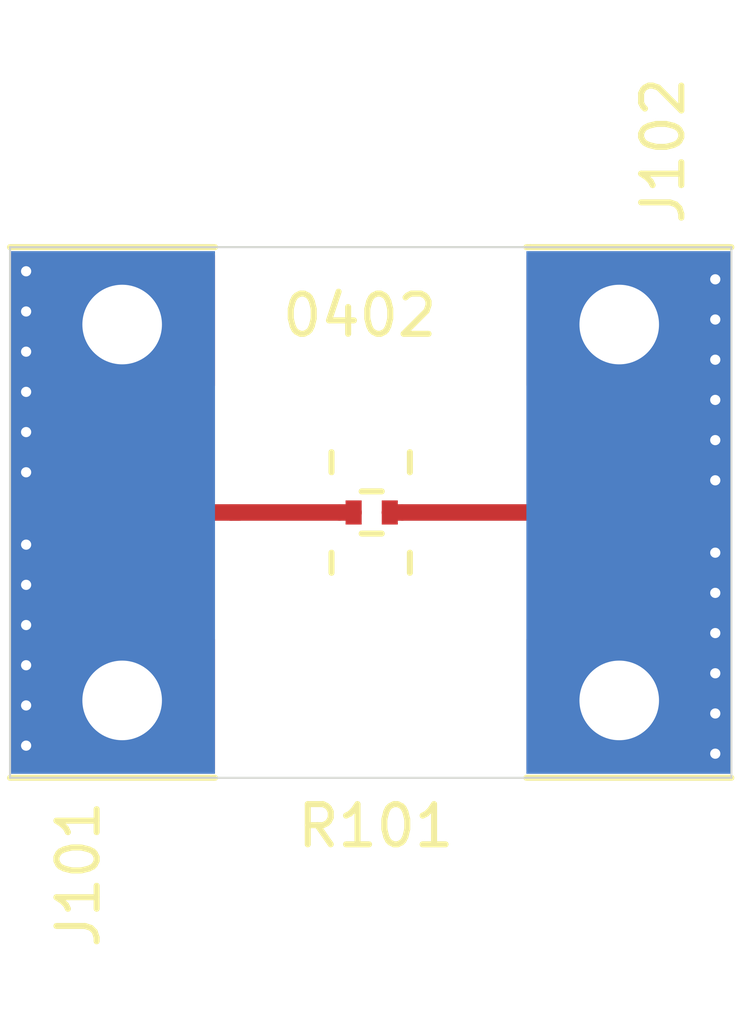
<source format=kicad_pcb>
(kicad_pcb (version 20171130) (host pcbnew "(5.1.4-74-gcf968cb6b)")

  (general
    (thickness 1.6)
    (drawings 5)
    (tracks 6)
    (zones 0)
    (modules 3)
    (nets 4)
  )

  (page A4)
  (layers
    (0 F.Cu signal)
    (1 In1.Cu signal)
    (2 In2.Cu signal)
    (31 B.Cu signal)
    (32 B.Adhes user)
    (33 F.Adhes user)
    (34 B.Paste user)
    (35 F.Paste user)
    (36 B.SilkS user)
    (37 F.SilkS user)
    (38 B.Mask user)
    (39 F.Mask user)
    (40 Dwgs.User user)
    (41 Cmts.User user)
    (42 Eco1.User user)
    (43 Eco2.User user)
    (44 Edge.Cuts user)
    (45 Margin user)
    (46 B.CrtYd user)
    (47 F.CrtYd user)
    (48 B.Fab user)
    (49 F.Fab user)
  )

  (setup
    (last_trace_width 0.41)
    (user_trace_width 0.41)
    (trace_clearance 0.2)
    (zone_clearance 0.2)
    (zone_45_only no)
    (trace_min 0.2)
    (via_size 0.8)
    (via_drill 0.4)
    (via_min_size 0.4)
    (via_min_drill 0.3)
    (uvia_size 0.3)
    (uvia_drill 0.1)
    (uvias_allowed no)
    (uvia_min_size 0.2)
    (uvia_min_drill 0.1)
    (edge_width 0.05)
    (segment_width 0.2)
    (pcb_text_width 0.3)
    (pcb_text_size 1.5 1.5)
    (mod_edge_width 0.12)
    (mod_text_size 1 1)
    (mod_text_width 0.15)
    (pad_size 1.524 1.524)
    (pad_drill 0.762)
    (pad_to_mask_clearance 0.02)
    (solder_mask_min_width 0.15)
    (aux_axis_origin 0 0)
    (visible_elements FFFFFF7F)
    (pcbplotparams
      (layerselection 0x010fc_ffffffff)
      (usegerberextensions false)
      (usegerberattributes false)
      (usegerberadvancedattributes false)
      (creategerberjobfile false)
      (excludeedgelayer true)
      (linewidth 0.100000)
      (plotframeref false)
      (viasonmask false)
      (mode 1)
      (useauxorigin false)
      (hpglpennumber 1)
      (hpglpenspeed 20)
      (hpglpendiameter 15.000000)
      (psnegative false)
      (psa4output false)
      (plotreference true)
      (plotvalue true)
      (plotinvisibletext false)
      (padsonsilk false)
      (subtractmaskfromsilk false)
      (outputformat 1)
      (mirror false)
      (drillshape 1)
      (scaleselection 1)
      (outputdirectory ""))
  )

  (net 0 "")
  (net 1 GND)
  (net 2 "Net-(J101-Pad1)")
  (net 3 "Net-(J102-Pad1)")

  (net_class Default "This is the default net class."
    (clearance 0.2)
    (trace_width 0.25)
    (via_dia 0.8)
    (via_drill 0.4)
    (uvia_dia 0.3)
    (uvia_drill 0.1)
    (add_net GND)
    (add_net "Net-(J101-Pad1)")
    (add_net "Net-(J102-Pad1)")
  )

  (module vna_mm:sw_edge_oshpark_4layer (layer F.Cu) (tedit 5D8802F6) (tstamp 5D8815F2)
    (at 154.5 83 90)
    (path /5D880968)
    (fp_text reference J101 (at -9 1.7 90) (layer F.SilkS)
      (effects (font (size 1 1) (thickness 0.15)))
    )
    (fp_text value Conn_Coaxial (at -11.9 7.3) (layer F.Fab)
      (effects (font (size 1 1) (thickness 0.15)))
    )
    (fp_line (start 1 8) (end 1.5 8) (layer F.SilkS) (width 0.15))
    (fp_line (start -1 8) (end -1.5 8) (layer F.SilkS) (width 0.15))
    (fp_poly (pts (xy -6.6 0) (xy -0.5 0) (xy -0.5 5.1) (xy -6.6 5.1)) (layer F.Mask) (width 0.1))
    (fp_poly (pts (xy 0.5 0) (xy 6.6 0) (xy 6.6 5.1) (xy 0.5 5.1)) (layer F.Mask) (width 0.1))
    (fp_poly (pts (xy -0.6 1.9) (xy 0.6 1.9) (xy 0.6 5.1) (xy -0.6 5.1)) (layer F.Mask) (width 0.1))
    (fp_poly (pts (xy -0.5 0) (xy 0.5 0) (xy 0.5 1.3) (xy -0.5 1.3)) (layer F.Mask) (width 0.1))
    (fp_line (start 6.6 0) (end 6.6 5.1) (layer F.SilkS) (width 0.15))
    (fp_line (start -6.6 0) (end -6.6 5) (layer F.SilkS) (width 0.15))
    (fp_line (start -6.6 5) (end -6.6 5.1) (layer F.SilkS) (width 0.15))
    (pad 2 smd rect (at 0 2.55 270) (size 13 5.1) (layers B.Cu B.Mask)
      (net 1 GND))
    (pad 2 smd rect (at 4.775 2.85 270) (size 3.25 4.5) (layers F.Cu F.Mask)
      (net 1 GND))
    (pad 2 smd rect (at -4.775 2.85 270) (size 3.25 4.5) (layers F.Cu F.Mask)
      (net 1 GND))
    (pad 2 thru_hole circle (at -4.675 2.79 90) (size 3 3) (drill 1.98) (layers *.Cu *.Mask)
      (net 1 GND))
    (pad 2 thru_hole circle (at 4.675 2.79 90) (size 3 3) (drill 1.98) (layers *.Cu *.Mask)
      (net 1 GND))
    (pad 1 smd rect (at 0 3.04 90) (size 0.41 4.08) (layers F.Cu)
      (net 2 "Net-(J101-Pad1)"))
    (pad 1 smd trapezoid (at 0 0.55 90) (size 0.3 0.95) (rect_delta 0 0.11 ) (layers F.Cu F.Mask)
      (net 2 "Net-(J101-Pad1)"))
    (pad 2 smd rect (at 3.4 0.3 270) (size 6 0.6) (layers F.Cu F.Mask)
      (net 1 GND))
    (pad 2 smd trapezoid (at 3.4 0.7 90) (size 5.8 0.2) (rect_delta 0 -0.2 ) (layers F.Cu F.Mask)
      (net 1 GND))
    (pad 2 thru_hole circle (at 1 0.4 90) (size 0.5 0.5) (drill 0.254) (layers *.Cu *.Mask)
      (net 1 GND))
    (pad 2 thru_hole circle (at 2 0.4 90) (size 0.5 0.5) (drill 0.254) (layers *.Cu *.Mask)
      (net 1 GND))
    (pad 2 thru_hole circle (at 3 0.4 90) (size 0.5 0.5) (drill 0.254) (layers *.Cu *.Mask)
      (net 1 GND))
    (pad 2 thru_hole circle (at 4 0.4 90) (size 0.5 0.5) (drill 0.254) (layers *.Cu *.Mask)
      (net 1 GND))
    (pad 2 thru_hole circle (at 5 0.4 90) (size 0.5 0.5) (drill 0.254) (layers *.Cu *.Mask)
      (net 1 GND))
    (pad 2 thru_hole circle (at 6 0.4 90) (size 0.5 0.5) (drill 0.254) (layers *.Cu *.Mask)
      (net 1 GND))
    (pad 2 smd trapezoid (at -3.4 0.7 90) (size 5.8 0.2) (rect_delta 0 -0.2 ) (layers F.Cu F.Mask)
      (net 1 GND))
    (pad 2 smd rect (at -3.4 0.3 270) (size 6 0.6) (layers F.Cu F.Mask)
      (net 1 GND))
    (pad 2 thru_hole circle (at -2.8 0.4 90) (size 0.5 0.5) (drill 0.254) (layers *.Cu *.Mask)
      (net 1 GND))
    (pad 2 thru_hole circle (at -0.8 0.4 90) (size 0.5 0.5) (drill 0.254) (layers *.Cu *.Mask)
      (net 1 GND))
    (pad 2 thru_hole circle (at -1.8 0.4 90) (size 0.5 0.5) (drill 0.254) (layers *.Cu *.Mask)
      (net 1 GND))
    (pad 2 thru_hole circle (at -5.8 0.4 90) (size 0.5 0.5) (drill 0.254) (layers *.Cu *.Mask)
      (net 1 GND))
    (pad 2 thru_hole circle (at -3.8 0.4 90) (size 0.5 0.5) (drill 0.254) (layers *.Cu *.Mask)
      (net 1 GND))
    (pad 2 thru_hole circle (at -4.8 0.4 90) (size 0.5 0.5) (drill 0.254) (layers *.Cu *.Mask)
      (net 1 GND))
  )

  (module vna_mm:sw_edge_oshpark_4layer (layer F.Cu) (tedit 5D8802F6) (tstamp 5D88202F)
    (at 172.45 83 270)
    (path /5D88288F)
    (fp_text reference J102 (at -9 1.7 90) (layer F.SilkS)
      (effects (font (size 1 1) (thickness 0.15)))
    )
    (fp_text value Conn_Coaxial (at -11.9 7.3) (layer F.Fab)
      (effects (font (size 1 1) (thickness 0.15)))
    )
    (fp_line (start 1 8) (end 1.5 8) (layer F.SilkS) (width 0.15))
    (fp_line (start -1 8) (end -1.5 8) (layer F.SilkS) (width 0.15))
    (fp_poly (pts (xy -6.6 0) (xy -0.5 0) (xy -0.5 5.1) (xy -6.6 5.1)) (layer F.Mask) (width 0.1))
    (fp_poly (pts (xy 0.5 0) (xy 6.6 0) (xy 6.6 5.1) (xy 0.5 5.1)) (layer F.Mask) (width 0.1))
    (fp_poly (pts (xy -0.6 1.9) (xy 0.6 1.9) (xy 0.6 5.1) (xy -0.6 5.1)) (layer F.Mask) (width 0.1))
    (fp_poly (pts (xy -0.5 0) (xy 0.5 0) (xy 0.5 1.3) (xy -0.5 1.3)) (layer F.Mask) (width 0.1))
    (fp_line (start 6.6 0) (end 6.6 5.1) (layer F.SilkS) (width 0.15))
    (fp_line (start -6.6 0) (end -6.6 5) (layer F.SilkS) (width 0.15))
    (fp_line (start -6.6 5) (end -6.6 5.1) (layer F.SilkS) (width 0.15))
    (pad 2 smd rect (at 0 2.55 90) (size 13 5.1) (layers B.Cu B.Mask)
      (net 1 GND))
    (pad 2 smd rect (at 4.775 2.85 90) (size 3.25 4.5) (layers F.Cu F.Mask)
      (net 1 GND))
    (pad 2 smd rect (at -4.775 2.85 90) (size 3.25 4.5) (layers F.Cu F.Mask)
      (net 1 GND))
    (pad 2 thru_hole circle (at -4.675 2.79 270) (size 3 3) (drill 1.98) (layers *.Cu *.Mask)
      (net 1 GND))
    (pad 2 thru_hole circle (at 4.675 2.79 270) (size 3 3) (drill 1.98) (layers *.Cu *.Mask)
      (net 1 GND))
    (pad 1 smd rect (at 0 3.04 270) (size 0.41 4.08) (layers F.Cu)
      (net 3 "Net-(J102-Pad1)"))
    (pad 1 smd trapezoid (at 0 0.55 270) (size 0.3 0.95) (rect_delta 0 0.11 ) (layers F.Cu F.Mask)
      (net 3 "Net-(J102-Pad1)"))
    (pad 2 smd rect (at 3.4 0.3 90) (size 6 0.6) (layers F.Cu F.Mask)
      (net 1 GND))
    (pad 2 smd trapezoid (at 3.4 0.7 270) (size 5.8 0.2) (rect_delta 0 -0.2 ) (layers F.Cu F.Mask)
      (net 1 GND))
    (pad 2 thru_hole circle (at 1 0.4 270) (size 0.5 0.5) (drill 0.254) (layers *.Cu *.Mask)
      (net 1 GND))
    (pad 2 thru_hole circle (at 2 0.4 270) (size 0.5 0.5) (drill 0.254) (layers *.Cu *.Mask)
      (net 1 GND))
    (pad 2 thru_hole circle (at 3 0.4 270) (size 0.5 0.5) (drill 0.254) (layers *.Cu *.Mask)
      (net 1 GND))
    (pad 2 thru_hole circle (at 4 0.4 270) (size 0.5 0.5) (drill 0.254) (layers *.Cu *.Mask)
      (net 1 GND))
    (pad 2 thru_hole circle (at 5 0.4 270) (size 0.5 0.5) (drill 0.254) (layers *.Cu *.Mask)
      (net 1 GND))
    (pad 2 thru_hole circle (at 6 0.4 270) (size 0.5 0.5) (drill 0.254) (layers *.Cu *.Mask)
      (net 1 GND))
    (pad 2 smd trapezoid (at -3.4 0.7 270) (size 5.8 0.2) (rect_delta 0 -0.2 ) (layers F.Cu F.Mask)
      (net 1 GND))
    (pad 2 smd rect (at -3.4 0.3 90) (size 6 0.6) (layers F.Cu F.Mask)
      (net 1 GND))
    (pad 2 thru_hole circle (at -2.8 0.4 270) (size 0.5 0.5) (drill 0.254) (layers *.Cu *.Mask)
      (net 1 GND))
    (pad 2 thru_hole circle (at -0.8 0.4 270) (size 0.5 0.5) (drill 0.254) (layers *.Cu *.Mask)
      (net 1 GND))
    (pad 2 thru_hole circle (at -1.8 0.4 270) (size 0.5 0.5) (drill 0.254) (layers *.Cu *.Mask)
      (net 1 GND))
    (pad 2 thru_hole circle (at -5.8 0.4 270) (size 0.5 0.5) (drill 0.254) (layers *.Cu *.Mask)
      (net 1 GND))
    (pad 2 thru_hole circle (at -3.8 0.4 270) (size 0.5 0.5) (drill 0.254) (layers *.Cu *.Mask)
      (net 1 GND))
    (pad 2 thru_hole circle (at -4.8 0.4 270) (size 0.5 0.5) (drill 0.254) (layers *.Cu *.Mask)
      (net 1 GND))
  )

  (module Resistors_SMD:R_0402 (layer F.Cu) (tedit 5415CBB8) (tstamp 5D8809A7)
    (at 163.5 83 180)
    (descr "Resistor SMD 0402, reflow soldering, Vishay (see dcrcw.pdf)")
    (tags "resistor 0402")
    (path /5D880B03)
    (attr smd)
    (fp_text reference R101 (at -0.1 -7.8) (layer F.SilkS)
      (effects (font (size 1 1) (thickness 0.15)))
    )
    (fp_text value R_Small (at 0 1.8) (layer F.Fab)
      (effects (font (size 1 1) (thickness 0.15)))
    )
    (fp_line (start -0.95 -0.65) (end 0.95 -0.65) (layer F.CrtYd) (width 0.05))
    (fp_line (start -0.95 0.65) (end 0.95 0.65) (layer F.CrtYd) (width 0.05))
    (fp_line (start -0.95 -0.65) (end -0.95 0.65) (layer F.CrtYd) (width 0.05))
    (fp_line (start 0.95 -0.65) (end 0.95 0.65) (layer F.CrtYd) (width 0.05))
    (fp_line (start 0.25 -0.525) (end -0.25 -0.525) (layer F.SilkS) (width 0.15))
    (fp_line (start -0.25 0.525) (end 0.25 0.525) (layer F.SilkS) (width 0.15))
    (pad 1 smd rect (at -0.45 0 180) (size 0.4 0.6) (layers F.Cu F.Paste F.Mask)
      (net 3 "Net-(J102-Pad1)"))
    (pad 2 smd rect (at 0.45 0 180) (size 0.4 0.6) (layers F.Cu F.Paste F.Mask)
      (net 2 "Net-(J101-Pad1)"))
    (model Resistors_SMD.3dshapes/R_0402.wrl
      (at (xyz 0 0 0))
      (scale (xyz 1 1 1))
      (rotate (xyz 0 0 0))
    )
  )

  (gr_text 0402 (at 163.2 78.1) (layer F.SilkS)
    (effects (font (size 1 1) (thickness 0.15)))
  )
  (gr_line (start 154.5 76.4) (end 172.45 76.4) (layer Edge.Cuts) (width 0.05) (tstamp 5D8820E0))
  (gr_line (start 172.45 89.6) (end 154.5 89.6) (layer Edge.Cuts) (width 0.05) (tstamp 5D8820DF))
  (gr_line (start 172.45 76.4) (end 172.45 89.6) (layer Edge.Cuts) (width 0.05) (tstamp 5D880C98))
  (gr_line (start 154.5 76.4) (end 154.5 89.6) (layer Edge.Cuts) (width 0.05))

  (segment (start 160 83) (end 162.7 83) (width 0.41) (layer F.Cu) (net 2))
  (segment (start 157.54 83) (end 160 83) (width 0.41) (layer F.Cu) (net 2) (status 10))
  (segment (start 160 83) (end 160.205 83) (width 0.41) (layer F.Cu) (net 2))
  (segment (start 163.05 83) (end 162.7 83) (width 0.41) (layer F.Cu) (net 2))
  (segment (start 164.26 83) (end 168.86 83) (width 0.41) (layer F.Cu) (net 3))
  (segment (start 164.26 83) (end 163.95 83) (width 0.41) (layer F.Cu) (net 3))

  (zone (net 1) (net_name GND) (layer In1.Cu) (tstamp 0) (hatch edge 0.508)
    (connect_pads yes (clearance 0.2))
    (min_thickness 0.2)
    (fill yes (arc_segments 32) (thermal_gap 0.508) (thermal_bridge_width 0.508))
    (polygon
      (pts
        (xy 154.5 76.4) (xy 154.5 89.6) (xy 172.7 89.6) (xy 172.7 76.4)
      )
    )
    (filled_polygon
      (pts
        (xy 172.125001 89.275) (xy 154.825 89.275) (xy 154.825 76.725) (xy 172.125 76.725)
      )
    )
  )
  (zone (net 0) (net_name "") (layer F.Mask) (tstamp 0) (hatch edge 0.508)
    (connect_pads yes (clearance 0.2))
    (min_thickness 0.2)
    (fill yes (arc_segments 32) (thermal_gap 0.508) (thermal_bridge_width 0.508))
    (polygon
      (pts
        (xy 159 79.5) (xy 159 86.5) (xy 162.5 86.5) (xy 162.5 79.5)
      )
    )
    (filled_polygon
      (pts
        (xy 162.4 86.4) (xy 159.1 86.4) (xy 159.1 79.6) (xy 162.4 79.6)
      )
    )
  )
  (zone (net 0) (net_name "") (layer F.Mask) (tstamp 5D88109D) (hatch edge 0.508)
    (connect_pads yes (clearance 0.2))
    (min_thickness 0.2)
    (fill yes (arc_segments 32) (thermal_gap 0.508) (thermal_bridge_width 0.508))
    (polygon
      (pts
        (xy 164.428455 79.5) (xy 164.428455 86.5) (xy 167.928455 86.5) (xy 167.928455 79.5)
      )
    )
    (filled_polygon
      (pts
        (xy 167.828455 86.4) (xy 164.528455 86.4) (xy 164.528455 79.6) (xy 167.828455 79.6)
      )
    )
  )
)

</source>
